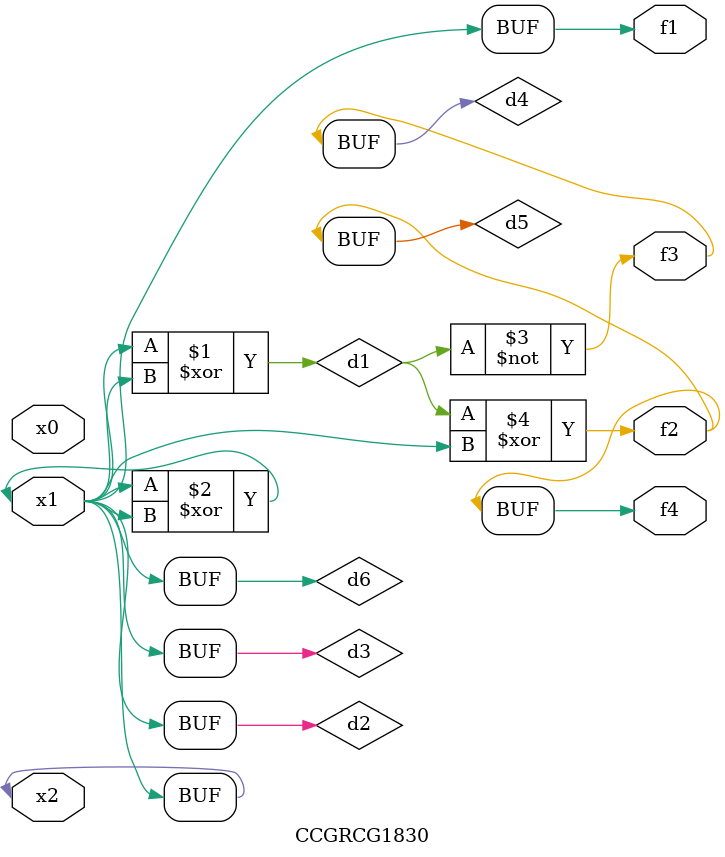
<source format=v>
module CCGRCG1830(
	input x0, x1, x2,
	output f1, f2, f3, f4
);

	wire d1, d2, d3, d4, d5, d6;

	xor (d1, x1, x2);
	buf (d2, x1, x2);
	xor (d3, x1, x2);
	nor (d4, d1);
	xor (d5, d1, d2);
	buf (d6, d2, d3);
	assign f1 = d6;
	assign f2 = d5;
	assign f3 = d4;
	assign f4 = d5;
endmodule

</source>
